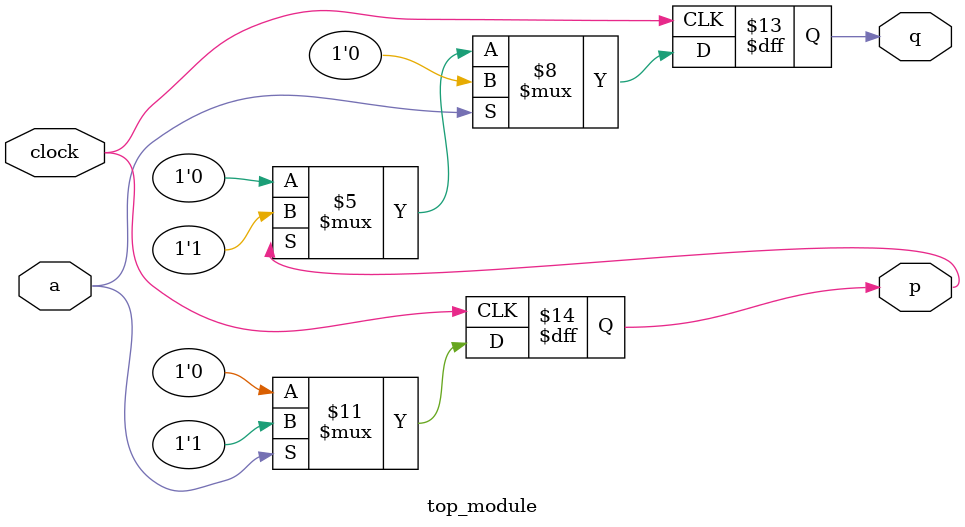
<source format=sv>
module top_module (
    input clock,
    input a,
    output reg p,
    output reg q
);

    // Sequential always block triggered on the rising edge of the clock
    always @(posedge clock) begin
        if (a) begin
            p <= 1;
        end else begin
            p <= 0;
        end
    end

    // Sequential always block triggered on the falling edge of the clock
    always @(negedge clock) begin
        if (a) begin
            q <= 0;
        end else begin
            if (p == 1) begin
                q <= 1;  // latch q only if p was 1 during this clock cycle
            end else begin
                q <= 0;
            end
        end
    end

endmodule

</source>
